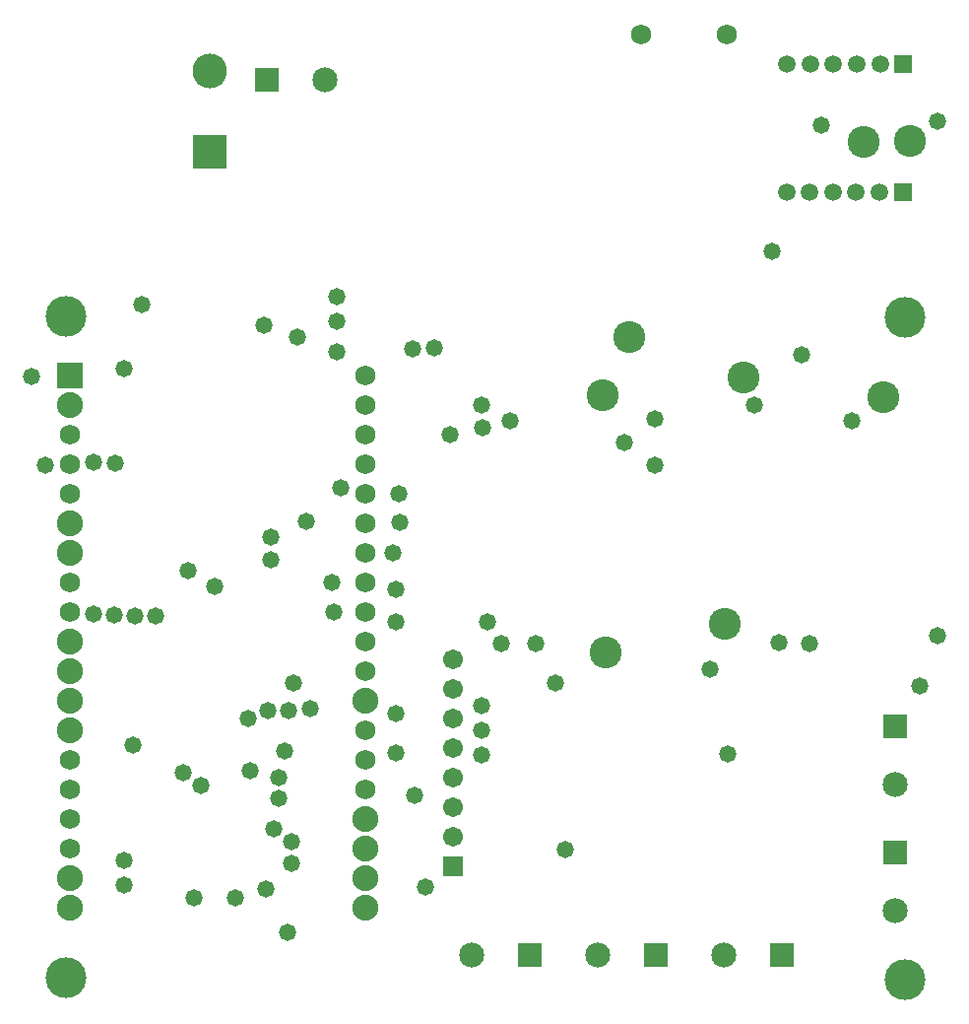
<source format=gbs>
G04*
G04 #@! TF.GenerationSoftware,Altium Limited,Altium Designer,22.9.1 (49)*
G04*
G04 Layer_Color=16711935*
%FSLAX44Y44*%
%MOMM*%
G71*
G04*
G04 #@! TF.SameCoordinates,66478680-C35E-4369-986B-202EB0108B9E*
G04*
G04*
G04 #@! TF.FilePolarity,Negative*
G04*
G01*
G75*
%ADD49C,1.7272*%
%ADD50C,2.2352*%
%ADD51R,2.2352X2.2352*%
%ADD52C,3.5032*%
%ADD53C,1.5112*%
%ADD54R,1.5112X1.5112*%
%ADD55C,2.9782*%
%ADD56R,2.9782X2.9782*%
%ADD57C,1.7032*%
%ADD58R,1.7032X1.7032*%
%ADD59C,2.1532*%
%ADD60R,2.1532X2.1532*%
%ADD61R,2.1532X2.1532*%
%ADD62C,1.4732*%
%ADD63C,2.7432*%
D49*
X598300Y942660D02*
D03*
Y917260D02*
D03*
Y891860D02*
D03*
Y866460D02*
D03*
Y841060D02*
D03*
Y815660D02*
D03*
Y790260D02*
D03*
Y764860D02*
D03*
Y739460D02*
D03*
Y714060D02*
D03*
Y688660D02*
D03*
Y637860D02*
D03*
Y612460D02*
D03*
Y587060D02*
D03*
X344300Y536260D02*
D03*
Y561660D02*
D03*
Y587060D02*
D03*
Y612460D02*
D03*
Y739460D02*
D03*
Y764860D02*
D03*
Y841060D02*
D03*
Y866460D02*
D03*
Y891860D02*
D03*
X908812Y1235710D02*
D03*
X835152D02*
D03*
D50*
X598300Y663260D02*
D03*
Y561660D02*
D03*
Y536260D02*
D03*
Y510860D02*
D03*
Y485460D02*
D03*
X344300D02*
D03*
Y510860D02*
D03*
Y637860D02*
D03*
Y663260D02*
D03*
Y688660D02*
D03*
Y714060D02*
D03*
Y790260D02*
D03*
Y815660D02*
D03*
Y917260D02*
D03*
D51*
Y942660D02*
D03*
D52*
X340360Y424942D02*
D03*
X1062000Y993000D02*
D03*
X340360Y993140D02*
D03*
X1062000Y424000D02*
D03*
D53*
X1020050Y1100030D02*
D03*
X960051D02*
D03*
X980051D02*
D03*
X1000050D02*
D03*
X1040050D02*
D03*
X1040593Y1210031D02*
D03*
X1000593D02*
D03*
X980593D02*
D03*
X960593D02*
D03*
X1020593D02*
D03*
D54*
X1060050Y1100030D02*
D03*
X1060593Y1210031D02*
D03*
D55*
X464530Y1204560D02*
D03*
D56*
Y1134560D02*
D03*
D57*
X673100Y698500D02*
D03*
Y673100D02*
D03*
Y647700D02*
D03*
Y622300D02*
D03*
Y596900D02*
D03*
Y571500D02*
D03*
Y546100D02*
D03*
D58*
Y520700D02*
D03*
D59*
X1053157Y591057D02*
D03*
X1053157Y482643D02*
D03*
X689140Y444500D02*
D03*
X563300Y1197060D02*
D03*
X906018Y444500D02*
D03*
X797560D02*
D03*
D60*
X1053157Y641057D02*
D03*
X1053157Y532643D02*
D03*
D61*
X739140Y444500D02*
D03*
X513300Y1197060D02*
D03*
X956018Y444500D02*
D03*
X847560D02*
D03*
D62*
X398576Y625276D02*
D03*
X512572Y501396D02*
D03*
X820420Y884936D02*
D03*
X846582Y905256D02*
D03*
X846836Y865378D02*
D03*
X534162Y542290D02*
D03*
Y523494D02*
D03*
X516636Y784352D02*
D03*
X497332Y647700D02*
D03*
X570685Y739315D02*
D03*
X550418Y656336D02*
D03*
X698246Y616966D02*
D03*
Y637794D02*
D03*
X514269Y654731D02*
D03*
X535941Y678148D02*
D03*
X531876Y655066D02*
D03*
X390652Y526034D02*
D03*
X770000Y535000D02*
D03*
X383032Y866902D02*
D03*
X364744Y867918D02*
D03*
X518922Y553212D02*
D03*
X456692Y590804D02*
D03*
X382270Y736854D02*
D03*
X364236Y737362D02*
D03*
X390652Y948690D02*
D03*
X510794Y985774D02*
D03*
X406146Y1003300D02*
D03*
X322580Y865886D02*
D03*
X311160Y942000D02*
D03*
X573532Y1010158D02*
D03*
X573519Y988835D02*
D03*
X539750Y975360D02*
D03*
X573532Y963168D02*
D03*
X657352Y965962D02*
D03*
X638302Y965708D02*
D03*
X499110Y602742D02*
D03*
X523494Y579374D02*
D03*
X486651Y494017D02*
D03*
X390652Y504698D02*
D03*
X451104Y494284D02*
D03*
X441510Y601160D02*
D03*
X530860Y464312D02*
D03*
X528320Y620014D02*
D03*
X523494Y597154D02*
D03*
X417322Y736092D02*
D03*
X399796Y736346D02*
D03*
X624155Y731189D02*
D03*
X624586Y758952D02*
D03*
X577104Y845836D02*
D03*
X547370Y817372D02*
D03*
X761208Y678867D02*
D03*
X446000Y775000D02*
D03*
X627380Y816356D02*
D03*
X627000Y840740D02*
D03*
X517000Y804000D02*
D03*
X468630Y761492D02*
D03*
X569140Y764860D02*
D03*
X670560Y891540D02*
D03*
X715033Y712000D02*
D03*
X722253Y904004D02*
D03*
X990000Y1158000D02*
D03*
X624000Y652000D02*
D03*
X640000Y582000D02*
D03*
X650000Y503000D02*
D03*
X624000Y618000D02*
D03*
X698000Y659000D02*
D03*
X699000Y897940D02*
D03*
X698000Y917000D02*
D03*
X894080Y690205D02*
D03*
X932180Y916940D02*
D03*
X703082Y731082D02*
D03*
X622000Y790000D02*
D03*
X744243Y711997D02*
D03*
X953636Y712795D02*
D03*
X980000Y712000D02*
D03*
X1074420Y675640D02*
D03*
X947420Y1049020D02*
D03*
X972820Y960120D02*
D03*
X1016408Y903483D02*
D03*
X1089660Y1160780D02*
D03*
X909320Y617220D02*
D03*
X1089660Y718820D02*
D03*
D63*
X802132Y925576D02*
D03*
X825246Y975614D02*
D03*
X1043000Y924000D02*
D03*
X1026582Y1143541D02*
D03*
X1066594Y1143929D02*
D03*
X805000Y705000D02*
D03*
X907404Y729170D02*
D03*
X923000Y941000D02*
D03*
M02*

</source>
